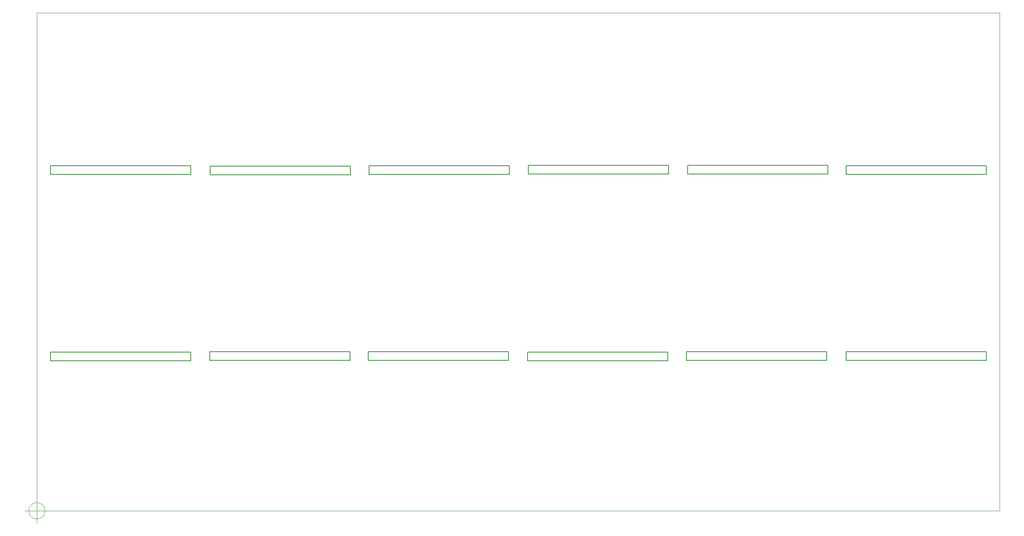
<source format=gbr>
%TF.GenerationSoftware,KiCad,Pcbnew,(5.1.12)-1*%
%TF.CreationDate,2021-12-07T00:39:26+01:00*%
%TF.ProjectId,boneIO - relay board,626f6e65-494f-4202-9d20-72656c617920,rev?*%
%TF.SameCoordinates,Original*%
%TF.FileFunction,Profile,NP*%
%FSLAX46Y46*%
G04 Gerber Fmt 4.6, Leading zero omitted, Abs format (unit mm)*
G04 Created by KiCad (PCBNEW (5.1.12)-1) date 2021-12-07 00:39:26*
%MOMM*%
%LPD*%
G01*
G04 APERTURE LIST*
%TA.AperFunction,Profile*%
%ADD10C,0.100000*%
%TD*%
%TA.AperFunction,Profile*%
%ADD11C,0.150000*%
%TD*%
G04 APERTURE END LIST*
D10*
X288140000Y-263708000D02*
X288140000Y-365708000D01*
D11*
X482430000Y-334869000D02*
X453728000Y-334869000D01*
X453728000Y-333091000D02*
X482430000Y-333091000D01*
X453728000Y-334869000D02*
X453728000Y-333091000D01*
X482430000Y-333091000D02*
X482430000Y-334869000D01*
X482412000Y-296776000D02*
X453710000Y-296776000D01*
X482412000Y-294998000D02*
X482412000Y-296776000D01*
X453710000Y-294998000D02*
X482412000Y-294998000D01*
X453710000Y-296776000D02*
X453710000Y-294998000D01*
D10*
X289806666Y-365708000D02*
G75*
G03*
X289806666Y-365708000I-1666666J0D01*
G01*
X285640000Y-365708000D02*
X290640000Y-365708000D01*
X288140000Y-363208000D02*
X288140000Y-368208000D01*
X485140000Y-263708000D02*
X485140000Y-365708000D01*
X288140000Y-263708000D02*
X485140000Y-263708000D01*
X485140000Y-365708000D02*
X288140000Y-365708000D01*
D11*
X421290000Y-294968000D02*
X449992000Y-294968000D01*
X449992000Y-294968000D02*
X449992000Y-296746000D01*
X421290000Y-296746000D02*
X421290000Y-294968000D01*
X449992000Y-296746000D02*
X421290000Y-296746000D01*
X388750000Y-294918000D02*
X417452000Y-294918000D01*
X417452000Y-294918000D02*
X417452000Y-296696000D01*
X388750000Y-296696000D02*
X388750000Y-294918000D01*
X417452000Y-296696000D02*
X388750000Y-296696000D01*
X356110000Y-294998000D02*
X384812000Y-294998000D01*
X384812000Y-294998000D02*
X384812000Y-296776000D01*
X356110000Y-296776000D02*
X356110000Y-294998000D01*
X384812000Y-296776000D02*
X356110000Y-296776000D01*
X323640000Y-295108000D02*
X352342000Y-295108000D01*
X352342000Y-295108000D02*
X352342000Y-296886000D01*
X323640000Y-296886000D02*
X323640000Y-295108000D01*
X352342000Y-296886000D02*
X323640000Y-296886000D01*
X290917000Y-295038000D02*
X319619000Y-295038000D01*
X319619000Y-295038000D02*
X319619000Y-296816000D01*
X290917000Y-296816000D02*
X290917000Y-295038000D01*
X319619000Y-296816000D02*
X290917000Y-296816000D01*
X421038000Y-333091000D02*
X449740000Y-333091000D01*
X449740000Y-333091000D02*
X449740000Y-334869000D01*
X421038000Y-334869000D02*
X421038000Y-333091000D01*
X449740000Y-334869000D02*
X421038000Y-334869000D01*
X388518000Y-333158000D02*
X417220000Y-333158000D01*
X417220000Y-333158000D02*
X417220000Y-334936000D01*
X388518000Y-334936000D02*
X388518000Y-333158000D01*
X417220000Y-334936000D02*
X388518000Y-334936000D01*
X355928000Y-333105000D02*
X384630000Y-333105000D01*
X384630000Y-333105000D02*
X384630000Y-334883000D01*
X355928000Y-334883000D02*
X355928000Y-333105000D01*
X384630000Y-334883000D02*
X355928000Y-334883000D01*
X323535000Y-333102000D02*
X352237000Y-333102000D01*
X352237000Y-333102000D02*
X352237000Y-334880000D01*
X323535000Y-334880000D02*
X323535000Y-333102000D01*
X352237000Y-334880000D02*
X323535000Y-334880000D01*
X290895000Y-334947000D02*
X290895000Y-333169000D01*
X319597000Y-334947000D02*
X290895000Y-334947000D01*
X319597000Y-333169000D02*
X319597000Y-334947000D01*
X290895000Y-333169000D02*
X319597000Y-333169000D01*
M02*

</source>
